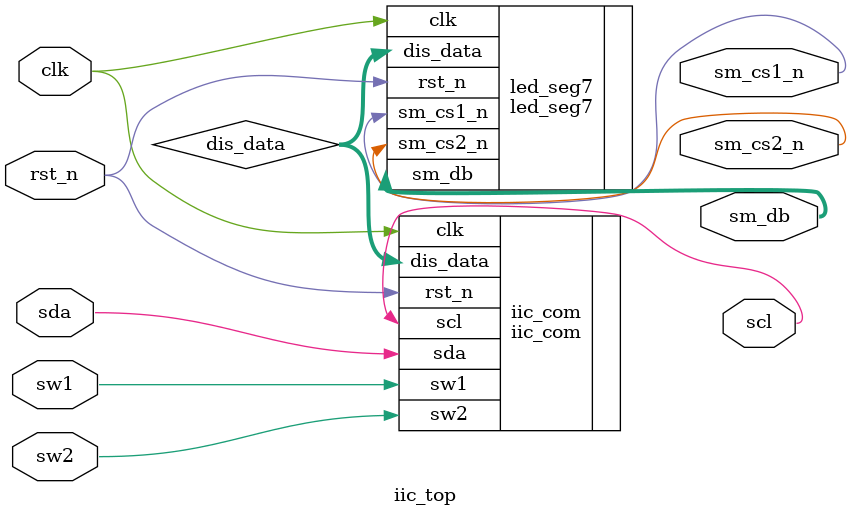
<source format=v>
`timescale 1ns / 1ps
module iic_top(
			clk,rst_n,
			sw1,sw2,
			scl,sda,
			sm_cs1_n,sm_cs2_n,sm_db
		);
		
input clk;		// 50MHz
input rst_n;	//¸´Î»ÐÅºÅ£¬µÍÓÐÐ§
input sw1,sw2;	//°´¼ü1¡¢2,(1°´ÏÂÖ´ÐÐÐ´Èë²Ù×÷£¬2°´ÏÂÖ´ÐÐ¶Á²Ù×÷)
output scl;		// 24C02µÄÊ±ÖÓ¶Ë¿Ú
inout sda;		// 24C02µÄÊý¾Ý¶Ë¿Ú

output sm_cs1_n,sm_cs2_n;	//ÊýÂë¹ÜÆ¬Ñ¡ÐÅºÅ£¬µÍÓÐÐ§
output[6:0] sm_db;	//7¶ÎÊýÂë¹Ü£¨²»°üÀ¨Ð¡Êýµã£©


wire[7:0] dis_data;		//ÔÚÊýÂë¹ÜÉÏÏÔÊ¾µÄ16½øÖÆÊý

iic_com		iic_com(
				.clk(clk),
				.rst_n(rst_n),
				.sw1(sw1),
				.sw2(sw2),
				.scl(scl),
				.sda(sda),
				.dis_data(dis_data)
				);

led_seg7	led_seg7(
				.clk(clk),
				.rst_n(rst_n),
				.dis_data(dis_data),
				.sm_cs1_n(sm_cs1_n),
				.sm_cs2_n(sm_cs2_n),
				.sm_db(sm_db)	
				);
	
		

endmodule		

</source>
